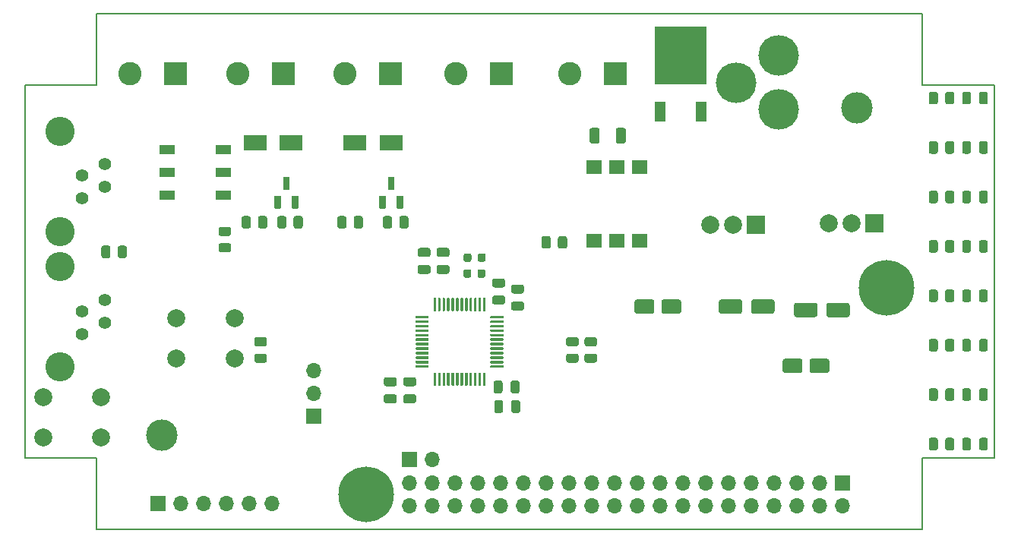
<source format=gbr>
%TF.GenerationSoftware,KiCad,Pcbnew,(5.1.9)-1*%
%TF.CreationDate,2021-07-08T16:45:59-05:00*%
%TF.ProjectId,RPi_Zero_pHat_Template,5250695f-5a65-4726-9f5f-704861745f54,rev?*%
%TF.SameCoordinates,Original*%
%TF.FileFunction,Soldermask,Top*%
%TF.FilePolarity,Negative*%
%FSLAX46Y46*%
G04 Gerber Fmt 4.6, Leading zero omitted, Abs format (unit mm)*
G04 Created by KiCad (PCBNEW (5.1.9)-1) date 2021-07-08 16:45:59*
%MOMM*%
%LPD*%
G01*
G04 APERTURE LIST*
%TA.AperFunction,Profile*%
%ADD10C,0.150000*%
%TD*%
%ADD11C,6.200000*%
%ADD12C,1.397000*%
%ADD13C,3.251200*%
%ADD14R,1.800000X1.000000*%
%ADD15O,1.700000X1.700000*%
%ADD16R,1.700000X1.700000*%
%ADD17C,3.500000*%
%ADD18C,2.000000*%
%ADD19R,2.500000X1.800000*%
%ADD20C,2.600000*%
%ADD21R,2.600000X2.600000*%
%ADD22R,1.780000X1.520000*%
%ADD23R,5.800000X6.400000*%
%ADD24R,1.200000X2.200000*%
%ADD25C,4.521200*%
%ADD26R,2.000000X2.000000*%
G04 APERTURE END LIST*
D10*
X197750000Y-125046000D02*
X197750000Y-83546000D01*
X189750000Y-83546000D02*
X197750000Y-83546000D01*
X189750000Y-83546000D02*
X189750000Y-75546000D01*
X197750000Y-125046000D02*
X189750000Y-125046000D01*
X189750000Y-133046000D02*
X189750000Y-125046000D01*
X97750000Y-133046000D02*
X189750000Y-133046000D01*
X97750000Y-125046000D02*
X97750000Y-133046000D01*
X97750000Y-125046000D02*
X89750000Y-125046000D01*
X89750000Y-125046000D02*
X89750000Y-83546000D01*
X89750000Y-83546000D02*
X97750000Y-83546000D01*
X97750000Y-75546000D02*
X97750000Y-83546000D01*
X97750000Y-75546000D02*
X189750000Y-75546000D01*
D11*
%TO.C,*%
X185760000Y-106105000D03*
%TD*%
%TO.C,*%
X127760000Y-129105000D03*
%TD*%
D12*
%TO.C,J4*%
X96131000Y-111252000D03*
X98671000Y-109982000D03*
X96131000Y-108712000D03*
D13*
X93611000Y-114935000D03*
D12*
X98671000Y-107442000D03*
D13*
X93611000Y-103759000D03*
%TD*%
D12*
%TO.C,J3*%
X96131000Y-96139000D03*
X98671000Y-94869000D03*
X96131000Y-93599000D03*
D13*
X93611000Y-99822000D03*
D12*
X98671000Y-92329000D03*
D13*
X93611000Y-88646000D03*
%TD*%
D14*
%TO.C,U8*%
X111867000Y-90678000D03*
X111867000Y-93218000D03*
X111867000Y-95758000D03*
X105557000Y-95758000D03*
X105557000Y-93218000D03*
X105557000Y-90678000D03*
%TD*%
%TO.C,R3*%
G36*
G01*
X153786000Y-88528999D02*
X153786000Y-89779001D01*
G75*
G02*
X153536001Y-90029000I-249999J0D01*
G01*
X152910999Y-90029000D01*
G75*
G02*
X152661000Y-89779001I0J249999D01*
G01*
X152661000Y-88528999D01*
G75*
G02*
X152910999Y-88279000I249999J0D01*
G01*
X153536001Y-88279000D01*
G75*
G02*
X153786000Y-88528999I0J-249999D01*
G01*
G37*
G36*
G01*
X156711000Y-88528999D02*
X156711000Y-89779001D01*
G75*
G02*
X156461001Y-90029000I-249999J0D01*
G01*
X155835999Y-90029000D01*
G75*
G02*
X155586000Y-89779001I0J249999D01*
G01*
X155586000Y-88528999D01*
G75*
G02*
X155835999Y-88279000I249999J0D01*
G01*
X156461001Y-88279000D01*
G75*
G02*
X156711000Y-88528999I0J-249999D01*
G01*
G37*
%TD*%
D15*
%TO.C,J10*%
X117233700Y-130149600D03*
X114693700Y-130149600D03*
X112153700Y-130149600D03*
X109613700Y-130149600D03*
X107073700Y-130149600D03*
D16*
X104533700Y-130149600D03*
%TD*%
%TO.C,L2*%
G36*
G01*
X139477000Y-104264750D02*
X139477000Y-104777250D01*
G75*
G02*
X139258250Y-104996000I-218750J0D01*
G01*
X138820750Y-104996000D01*
G75*
G02*
X138602000Y-104777250I0J218750D01*
G01*
X138602000Y-104264750D01*
G75*
G02*
X138820750Y-104046000I218750J0D01*
G01*
X139258250Y-104046000D01*
G75*
G02*
X139477000Y-104264750I0J-218750D01*
G01*
G37*
G36*
G01*
X141052000Y-104264750D02*
X141052000Y-104777250D01*
G75*
G02*
X140833250Y-104996000I-218750J0D01*
G01*
X140395750Y-104996000D01*
G75*
G02*
X140177000Y-104777250I0J218750D01*
G01*
X140177000Y-104264750D01*
G75*
G02*
X140395750Y-104046000I218750J0D01*
G01*
X140833250Y-104046000D01*
G75*
G02*
X141052000Y-104264750I0J-218750D01*
G01*
G37*
%TD*%
%TO.C,L1*%
G36*
G01*
X140202500Y-102999250D02*
X140202500Y-102486750D01*
G75*
G02*
X140421250Y-102268000I218750J0D01*
G01*
X140858750Y-102268000D01*
G75*
G02*
X141077500Y-102486750I0J-218750D01*
G01*
X141077500Y-102999250D01*
G75*
G02*
X140858750Y-103218000I-218750J0D01*
G01*
X140421250Y-103218000D01*
G75*
G02*
X140202500Y-102999250I0J218750D01*
G01*
G37*
G36*
G01*
X138627500Y-102999250D02*
X138627500Y-102486750D01*
G75*
G02*
X138846250Y-102268000I218750J0D01*
G01*
X139283750Y-102268000D01*
G75*
G02*
X139502500Y-102486750I0J-218750D01*
G01*
X139502500Y-102999250D01*
G75*
G02*
X139283750Y-103218000I-218750J0D01*
G01*
X138846250Y-103218000D01*
G75*
G02*
X138627500Y-102999250I0J218750D01*
G01*
G37*
%TD*%
%TO.C,C10*%
G36*
G01*
X160674000Y-108754000D02*
X160674000Y-107654000D01*
G75*
G02*
X160924000Y-107404000I250000J0D01*
G01*
X162624000Y-107404000D01*
G75*
G02*
X162874000Y-107654000I0J-250000D01*
G01*
X162874000Y-108754000D01*
G75*
G02*
X162624000Y-109004000I-250000J0D01*
G01*
X160924000Y-109004000D01*
G75*
G02*
X160674000Y-108754000I0J250000D01*
G01*
G37*
G36*
G01*
X157674000Y-108754000D02*
X157674000Y-107654000D01*
G75*
G02*
X157924000Y-107404000I250000J0D01*
G01*
X159624000Y-107404000D01*
G75*
G02*
X159874000Y-107654000I0J-250000D01*
G01*
X159874000Y-108754000D01*
G75*
G02*
X159624000Y-109004000I-250000J0D01*
G01*
X157924000Y-109004000D01*
G75*
G02*
X157674000Y-108754000I0J250000D01*
G01*
G37*
%TD*%
%TO.C,C9*%
G36*
G01*
X177184000Y-115358000D02*
X177184000Y-114258000D01*
G75*
G02*
X177434000Y-114008000I250000J0D01*
G01*
X179134000Y-114008000D01*
G75*
G02*
X179384000Y-114258000I0J-250000D01*
G01*
X179384000Y-115358000D01*
G75*
G02*
X179134000Y-115608000I-250000J0D01*
G01*
X177434000Y-115608000D01*
G75*
G02*
X177184000Y-115358000I0J250000D01*
G01*
G37*
G36*
G01*
X174184000Y-115358000D02*
X174184000Y-114258000D01*
G75*
G02*
X174434000Y-114008000I250000J0D01*
G01*
X176134000Y-114008000D01*
G75*
G02*
X176384000Y-114258000I0J-250000D01*
G01*
X176384000Y-115358000D01*
G75*
G02*
X176134000Y-115608000I-250000J0D01*
G01*
X174434000Y-115608000D01*
G75*
G02*
X174184000Y-115358000I0J250000D01*
G01*
G37*
%TD*%
%TO.C,C3*%
G36*
G01*
X169680000Y-107654000D02*
X169680000Y-108754000D01*
G75*
G02*
X169430000Y-109004000I-250000J0D01*
G01*
X167330000Y-109004000D01*
G75*
G02*
X167080000Y-108754000I0J250000D01*
G01*
X167080000Y-107654000D01*
G75*
G02*
X167330000Y-107404000I250000J0D01*
G01*
X169430000Y-107404000D01*
G75*
G02*
X169680000Y-107654000I0J-250000D01*
G01*
G37*
G36*
G01*
X173280000Y-107654000D02*
X173280000Y-108754000D01*
G75*
G02*
X173030000Y-109004000I-250000J0D01*
G01*
X170930000Y-109004000D01*
G75*
G02*
X170680000Y-108754000I0J250000D01*
G01*
X170680000Y-107654000D01*
G75*
G02*
X170930000Y-107404000I250000J0D01*
G01*
X173030000Y-107404000D01*
G75*
G02*
X173280000Y-107654000I0J-250000D01*
G01*
G37*
%TD*%
%TO.C,C2*%
G36*
G01*
X178062000Y-108035000D02*
X178062000Y-109135000D01*
G75*
G02*
X177812000Y-109385000I-250000J0D01*
G01*
X175712000Y-109385000D01*
G75*
G02*
X175462000Y-109135000I0J250000D01*
G01*
X175462000Y-108035000D01*
G75*
G02*
X175712000Y-107785000I250000J0D01*
G01*
X177812000Y-107785000D01*
G75*
G02*
X178062000Y-108035000I0J-250000D01*
G01*
G37*
G36*
G01*
X181662000Y-108035000D02*
X181662000Y-109135000D01*
G75*
G02*
X181412000Y-109385000I-250000J0D01*
G01*
X179312000Y-109385000D01*
G75*
G02*
X179062000Y-109135000I0J250000D01*
G01*
X179062000Y-108035000D01*
G75*
G02*
X179312000Y-107785000I250000J0D01*
G01*
X181412000Y-107785000D01*
G75*
G02*
X181662000Y-108035000I0J-250000D01*
G01*
G37*
%TD*%
D17*
%TO.C,H3*%
X105000000Y-122546000D03*
%TD*%
D18*
%TO.C,SW2*%
X98244800Y-118313200D03*
X98244800Y-122813200D03*
X91744800Y-118313200D03*
X91744800Y-122813200D03*
%TD*%
D15*
%TO.C,J11*%
X135166100Y-125285500D03*
D16*
X132626100Y-125285500D03*
%TD*%
%TO.C,C1*%
G36*
G01*
X130929400Y-117086000D02*
X129979400Y-117086000D01*
G75*
G02*
X129729400Y-116836000I0J250000D01*
G01*
X129729400Y-116336000D01*
G75*
G02*
X129979400Y-116086000I250000J0D01*
G01*
X130929400Y-116086000D01*
G75*
G02*
X131179400Y-116336000I0J-250000D01*
G01*
X131179400Y-116836000D01*
G75*
G02*
X130929400Y-117086000I-250000J0D01*
G01*
G37*
G36*
G01*
X130929400Y-118986000D02*
X129979400Y-118986000D01*
G75*
G02*
X129729400Y-118736000I0J250000D01*
G01*
X129729400Y-118236000D01*
G75*
G02*
X129979400Y-117986000I250000J0D01*
G01*
X130929400Y-117986000D01*
G75*
G02*
X131179400Y-118236000I0J-250000D01*
G01*
X131179400Y-118736000D01*
G75*
G02*
X130929400Y-118986000I-250000J0D01*
G01*
G37*
%TD*%
%TO.C,Q2*%
G36*
G01*
X118222000Y-97274000D02*
X117622000Y-97274000D01*
G75*
G02*
X117552000Y-97204000I0J70000D01*
G01*
X117552000Y-95904000D01*
G75*
G02*
X117622000Y-95834000I70000J0D01*
G01*
X118222000Y-95834000D01*
G75*
G02*
X118292000Y-95904000I0J-70000D01*
G01*
X118292000Y-97204000D01*
G75*
G02*
X118222000Y-97274000I-70000J0D01*
G01*
G37*
G36*
G01*
X120122000Y-97274000D02*
X119522000Y-97274000D01*
G75*
G02*
X119452000Y-97204000I0J70000D01*
G01*
X119452000Y-95904000D01*
G75*
G02*
X119522000Y-95834000I70000J0D01*
G01*
X120122000Y-95834000D01*
G75*
G02*
X120192000Y-95904000I0J-70000D01*
G01*
X120192000Y-97204000D01*
G75*
G02*
X120122000Y-97274000I-70000J0D01*
G01*
G37*
G36*
G01*
X119172000Y-95174000D02*
X118572000Y-95174000D01*
G75*
G02*
X118502000Y-95104000I0J70000D01*
G01*
X118502000Y-93804000D01*
G75*
G02*
X118572000Y-93734000I70000J0D01*
G01*
X119172000Y-93734000D01*
G75*
G02*
X119242000Y-93804000I0J-70000D01*
G01*
X119242000Y-95104000D01*
G75*
G02*
X119172000Y-95174000I-70000J0D01*
G01*
G37*
%TD*%
D19*
%TO.C,D2*%
X130524000Y-89916000D03*
X126524000Y-89916000D03*
%TD*%
%TO.C,D1*%
X119380000Y-89916000D03*
X115380000Y-89916000D03*
%TD*%
%TO.C,Q3*%
G36*
G01*
X129906000Y-97274000D02*
X129306000Y-97274000D01*
G75*
G02*
X129236000Y-97204000I0J70000D01*
G01*
X129236000Y-95904000D01*
G75*
G02*
X129306000Y-95834000I70000J0D01*
G01*
X129906000Y-95834000D01*
G75*
G02*
X129976000Y-95904000I0J-70000D01*
G01*
X129976000Y-97204000D01*
G75*
G02*
X129906000Y-97274000I-70000J0D01*
G01*
G37*
G36*
G01*
X131806000Y-97274000D02*
X131206000Y-97274000D01*
G75*
G02*
X131136000Y-97204000I0J70000D01*
G01*
X131136000Y-95904000D01*
G75*
G02*
X131206000Y-95834000I70000J0D01*
G01*
X131806000Y-95834000D01*
G75*
G02*
X131876000Y-95904000I0J-70000D01*
G01*
X131876000Y-97204000D01*
G75*
G02*
X131806000Y-97274000I-70000J0D01*
G01*
G37*
G36*
G01*
X130856000Y-95174000D02*
X130256000Y-95174000D01*
G75*
G02*
X130186000Y-95104000I0J70000D01*
G01*
X130186000Y-93804000D01*
G75*
G02*
X130256000Y-93734000I70000J0D01*
G01*
X130856000Y-93734000D01*
G75*
G02*
X130926000Y-93804000I0J-70000D01*
G01*
X130926000Y-95104000D01*
G75*
G02*
X130856000Y-95174000I-70000J0D01*
G01*
G37*
%TD*%
%TO.C,D3*%
G36*
G01*
X195178500Y-84506750D02*
X195178500Y-85419250D01*
G75*
G02*
X194934750Y-85663000I-243750J0D01*
G01*
X194447250Y-85663000D01*
G75*
G02*
X194203500Y-85419250I0J243750D01*
G01*
X194203500Y-84506750D01*
G75*
G02*
X194447250Y-84263000I243750J0D01*
G01*
X194934750Y-84263000D01*
G75*
G02*
X195178500Y-84506750I0J-243750D01*
G01*
G37*
G36*
G01*
X197053500Y-84506750D02*
X197053500Y-85419250D01*
G75*
G02*
X196809750Y-85663000I-243750J0D01*
G01*
X196322250Y-85663000D01*
G75*
G02*
X196078500Y-85419250I0J243750D01*
G01*
X196078500Y-84506750D01*
G75*
G02*
X196322250Y-84263000I243750J0D01*
G01*
X196809750Y-84263000D01*
G75*
G02*
X197053500Y-84506750I0J-243750D01*
G01*
G37*
%TD*%
D15*
%TO.C,J12*%
X121907300Y-115379500D03*
X121907300Y-117919500D03*
D16*
X121907300Y-120459500D03*
%TD*%
D15*
%TO.C,J2*%
X132630000Y-130375000D03*
X132630000Y-127835000D03*
X135170000Y-130375000D03*
X135170000Y-127835000D03*
X137710000Y-130375000D03*
X137710000Y-127835000D03*
X140250000Y-130375000D03*
X140250000Y-127835000D03*
X142790000Y-130375000D03*
X142790000Y-127835000D03*
X145330000Y-130375000D03*
X145330000Y-127835000D03*
X147870000Y-130375000D03*
X147870000Y-127835000D03*
X150410000Y-130375000D03*
X150410000Y-127835000D03*
X152950000Y-130375000D03*
X152950000Y-127835000D03*
X155490000Y-130375000D03*
X155490000Y-127835000D03*
X158030000Y-130375000D03*
X158030000Y-127835000D03*
X160570000Y-130375000D03*
X160570000Y-127835000D03*
X163110000Y-130375000D03*
X163110000Y-127835000D03*
X165650000Y-130375000D03*
X165650000Y-127835000D03*
X168190000Y-130375000D03*
X168190000Y-127835000D03*
X170730000Y-130375000D03*
X170730000Y-127835000D03*
X173270000Y-130375000D03*
X173270000Y-127835000D03*
X175810000Y-130375000D03*
X175810000Y-127835000D03*
X178350000Y-130375000D03*
X178350000Y-127835000D03*
X180890000Y-130375000D03*
D16*
X180890000Y-127835000D03*
%TD*%
D18*
%TO.C,SW1*%
X113091100Y-109499400D03*
X113091100Y-113999400D03*
X106591100Y-109499400D03*
X106591100Y-113999400D03*
%TD*%
D17*
%TO.C,H2*%
X182500000Y-86046000D03*
%TD*%
%TO.C,C7*%
G36*
G01*
X143007100Y-106077600D02*
X142057100Y-106077600D01*
G75*
G02*
X141807100Y-105827600I0J250000D01*
G01*
X141807100Y-105327600D01*
G75*
G02*
X142057100Y-105077600I250000J0D01*
G01*
X143007100Y-105077600D01*
G75*
G02*
X143257100Y-105327600I0J-250000D01*
G01*
X143257100Y-105827600D01*
G75*
G02*
X143007100Y-106077600I-250000J0D01*
G01*
G37*
G36*
G01*
X143007100Y-107977600D02*
X142057100Y-107977600D01*
G75*
G02*
X141807100Y-107727600I0J250000D01*
G01*
X141807100Y-107227600D01*
G75*
G02*
X142057100Y-106977600I250000J0D01*
G01*
X143007100Y-106977600D01*
G75*
G02*
X143257100Y-107227600I0J-250000D01*
G01*
X143257100Y-107727600D01*
G75*
G02*
X143007100Y-107977600I-250000J0D01*
G01*
G37*
%TD*%
%TO.C,C11*%
G36*
G01*
X143034600Y-118879600D02*
X143034600Y-119829600D01*
G75*
G02*
X142784600Y-120079600I-250000J0D01*
G01*
X142284600Y-120079600D01*
G75*
G02*
X142034600Y-119829600I0J250000D01*
G01*
X142034600Y-118879600D01*
G75*
G02*
X142284600Y-118629600I250000J0D01*
G01*
X142784600Y-118629600D01*
G75*
G02*
X143034600Y-118879600I0J-250000D01*
G01*
G37*
G36*
G01*
X144934600Y-118879600D02*
X144934600Y-119829600D01*
G75*
G02*
X144684600Y-120079600I-250000J0D01*
G01*
X144184600Y-120079600D01*
G75*
G02*
X143934600Y-119829600I0J250000D01*
G01*
X143934600Y-118879600D01*
G75*
G02*
X144184600Y-118629600I250000J0D01*
G01*
X144684600Y-118629600D01*
G75*
G02*
X144934600Y-118879600I0J-250000D01*
G01*
G37*
%TD*%
%TO.C,C5*%
G36*
G01*
X142971100Y-116695200D02*
X142971100Y-117645200D01*
G75*
G02*
X142721100Y-117895200I-250000J0D01*
G01*
X142221100Y-117895200D01*
G75*
G02*
X141971100Y-117645200I0J250000D01*
G01*
X141971100Y-116695200D01*
G75*
G02*
X142221100Y-116445200I250000J0D01*
G01*
X142721100Y-116445200D01*
G75*
G02*
X142971100Y-116695200I0J-250000D01*
G01*
G37*
G36*
G01*
X144871100Y-116695200D02*
X144871100Y-117645200D01*
G75*
G02*
X144621100Y-117895200I-250000J0D01*
G01*
X144121100Y-117895200D01*
G75*
G02*
X143871100Y-117645200I0J250000D01*
G01*
X143871100Y-116695200D01*
G75*
G02*
X144121100Y-116445200I250000J0D01*
G01*
X144621100Y-116445200D01*
G75*
G02*
X144871100Y-116695200I0J-250000D01*
G01*
G37*
%TD*%
%TO.C,C4*%
G36*
G01*
X133101100Y-117088500D02*
X132151100Y-117088500D01*
G75*
G02*
X131901100Y-116838500I0J250000D01*
G01*
X131901100Y-116338500D01*
G75*
G02*
X132151100Y-116088500I250000J0D01*
G01*
X133101100Y-116088500D01*
G75*
G02*
X133351100Y-116338500I0J-250000D01*
G01*
X133351100Y-116838500D01*
G75*
G02*
X133101100Y-117088500I-250000J0D01*
G01*
G37*
G36*
G01*
X133101100Y-118988500D02*
X132151100Y-118988500D01*
G75*
G02*
X131901100Y-118738500I0J250000D01*
G01*
X131901100Y-118238500D01*
G75*
G02*
X132151100Y-117988500I250000J0D01*
G01*
X133101100Y-117988500D01*
G75*
G02*
X133351100Y-118238500I0J-250000D01*
G01*
X133351100Y-118738500D01*
G75*
G02*
X133101100Y-118988500I-250000J0D01*
G01*
G37*
%TD*%
%TO.C,R19*%
G36*
G01*
X115551799Y-113440800D02*
X116451801Y-113440800D01*
G75*
G02*
X116701800Y-113690799I0J-249999D01*
G01*
X116701800Y-114215801D01*
G75*
G02*
X116451801Y-114465800I-249999J0D01*
G01*
X115551799Y-114465800D01*
G75*
G02*
X115301800Y-114215801I0J249999D01*
G01*
X115301800Y-113690799D01*
G75*
G02*
X115551799Y-113440800I249999J0D01*
G01*
G37*
G36*
G01*
X115551799Y-111615800D02*
X116451801Y-111615800D01*
G75*
G02*
X116701800Y-111865799I0J-249999D01*
G01*
X116701800Y-112390801D01*
G75*
G02*
X116451801Y-112640800I-249999J0D01*
G01*
X115551799Y-112640800D01*
G75*
G02*
X115301800Y-112390801I0J249999D01*
G01*
X115301800Y-111865799D01*
G75*
G02*
X115551799Y-111615800I249999J0D01*
G01*
G37*
%TD*%
%TO.C,C8*%
G36*
G01*
X136809500Y-102663800D02*
X135859500Y-102663800D01*
G75*
G02*
X135609500Y-102413800I0J250000D01*
G01*
X135609500Y-101913800D01*
G75*
G02*
X135859500Y-101663800I250000J0D01*
G01*
X136809500Y-101663800D01*
G75*
G02*
X137059500Y-101913800I0J-250000D01*
G01*
X137059500Y-102413800D01*
G75*
G02*
X136809500Y-102663800I-250000J0D01*
G01*
G37*
G36*
G01*
X136809500Y-104563800D02*
X135859500Y-104563800D01*
G75*
G02*
X135609500Y-104313800I0J250000D01*
G01*
X135609500Y-103813800D01*
G75*
G02*
X135859500Y-103563800I250000J0D01*
G01*
X136809500Y-103563800D01*
G75*
G02*
X137059500Y-103813800I0J-250000D01*
G01*
X137059500Y-104313800D01*
G75*
G02*
X136809500Y-104563800I-250000J0D01*
G01*
G37*
%TD*%
%TO.C,C6*%
G36*
G01*
X134701300Y-102663800D02*
X133751300Y-102663800D01*
G75*
G02*
X133501300Y-102413800I0J250000D01*
G01*
X133501300Y-101913800D01*
G75*
G02*
X133751300Y-101663800I250000J0D01*
G01*
X134701300Y-101663800D01*
G75*
G02*
X134951300Y-101913800I0J-250000D01*
G01*
X134951300Y-102413800D01*
G75*
G02*
X134701300Y-102663800I-250000J0D01*
G01*
G37*
G36*
G01*
X134701300Y-104563800D02*
X133751300Y-104563800D01*
G75*
G02*
X133501300Y-104313800I0J250000D01*
G01*
X133501300Y-103813800D01*
G75*
G02*
X133751300Y-103563800I250000J0D01*
G01*
X134701300Y-103563800D01*
G75*
G02*
X134951300Y-103813800I0J-250000D01*
G01*
X134951300Y-104313800D01*
G75*
G02*
X134701300Y-104563800I-250000J0D01*
G01*
G37*
%TD*%
D20*
%TO.C,J8*%
X125374400Y-82245200D03*
D21*
X130454400Y-82245200D03*
%TD*%
D20*
%TO.C,J7*%
X113487200Y-82245200D03*
D21*
X118567200Y-82245200D03*
%TD*%
%TO.C,R18*%
G36*
G01*
X100071500Y-102558001D02*
X100071500Y-101657999D01*
G75*
G02*
X100321499Y-101408000I249999J0D01*
G01*
X100846501Y-101408000D01*
G75*
G02*
X101096500Y-101657999I0J-249999D01*
G01*
X101096500Y-102558001D01*
G75*
G02*
X100846501Y-102808000I-249999J0D01*
G01*
X100321499Y-102808000D01*
G75*
G02*
X100071500Y-102558001I0J249999D01*
G01*
G37*
G36*
G01*
X98246500Y-102558001D02*
X98246500Y-101657999D01*
G75*
G02*
X98496499Y-101408000I249999J0D01*
G01*
X99021501Y-101408000D01*
G75*
G02*
X99271500Y-101657999I0J-249999D01*
G01*
X99271500Y-102558001D01*
G75*
G02*
X99021501Y-102808000I-249999J0D01*
G01*
X98496499Y-102808000D01*
G75*
G02*
X98246500Y-102558001I0J249999D01*
G01*
G37*
%TD*%
%TO.C,R17*%
G36*
G01*
X192297000Y-123983001D02*
X192297000Y-123082999D01*
G75*
G02*
X192546999Y-122833000I249999J0D01*
G01*
X193072001Y-122833000D01*
G75*
G02*
X193322000Y-123082999I0J-249999D01*
G01*
X193322000Y-123983001D01*
G75*
G02*
X193072001Y-124233000I-249999J0D01*
G01*
X192546999Y-124233000D01*
G75*
G02*
X192297000Y-123983001I0J249999D01*
G01*
G37*
G36*
G01*
X190472000Y-123983001D02*
X190472000Y-123082999D01*
G75*
G02*
X190721999Y-122833000I249999J0D01*
G01*
X191247001Y-122833000D01*
G75*
G02*
X191497000Y-123082999I0J-249999D01*
G01*
X191497000Y-123983001D01*
G75*
G02*
X191247001Y-124233000I-249999J0D01*
G01*
X190721999Y-124233000D01*
G75*
G02*
X190472000Y-123983001I0J249999D01*
G01*
G37*
%TD*%
%TO.C,D10*%
G36*
G01*
X195178500Y-123076750D02*
X195178500Y-123989250D01*
G75*
G02*
X194934750Y-124233000I-243750J0D01*
G01*
X194447250Y-124233000D01*
G75*
G02*
X194203500Y-123989250I0J243750D01*
G01*
X194203500Y-123076750D01*
G75*
G02*
X194447250Y-122833000I243750J0D01*
G01*
X194934750Y-122833000D01*
G75*
G02*
X195178500Y-123076750I0J-243750D01*
G01*
G37*
G36*
G01*
X197053500Y-123076750D02*
X197053500Y-123989250D01*
G75*
G02*
X196809750Y-124233000I-243750J0D01*
G01*
X196322250Y-124233000D01*
G75*
G02*
X196078500Y-123989250I0J243750D01*
G01*
X196078500Y-123076750D01*
G75*
G02*
X196322250Y-122833000I243750J0D01*
G01*
X196809750Y-122833000D01*
G75*
G02*
X197053500Y-123076750I0J-243750D01*
G01*
G37*
%TD*%
%TO.C,R16*%
G36*
G01*
X192297000Y-118473001D02*
X192297000Y-117572999D01*
G75*
G02*
X192546999Y-117323000I249999J0D01*
G01*
X193072001Y-117323000D01*
G75*
G02*
X193322000Y-117572999I0J-249999D01*
G01*
X193322000Y-118473001D01*
G75*
G02*
X193072001Y-118723000I-249999J0D01*
G01*
X192546999Y-118723000D01*
G75*
G02*
X192297000Y-118473001I0J249999D01*
G01*
G37*
G36*
G01*
X190472000Y-118473001D02*
X190472000Y-117572999D01*
G75*
G02*
X190721999Y-117323000I249999J0D01*
G01*
X191247001Y-117323000D01*
G75*
G02*
X191497000Y-117572999I0J-249999D01*
G01*
X191497000Y-118473001D01*
G75*
G02*
X191247001Y-118723000I-249999J0D01*
G01*
X190721999Y-118723000D01*
G75*
G02*
X190472000Y-118473001I0J249999D01*
G01*
G37*
%TD*%
%TO.C,D9*%
G36*
G01*
X195178500Y-117566750D02*
X195178500Y-118479250D01*
G75*
G02*
X194934750Y-118723000I-243750J0D01*
G01*
X194447250Y-118723000D01*
G75*
G02*
X194203500Y-118479250I0J243750D01*
G01*
X194203500Y-117566750D01*
G75*
G02*
X194447250Y-117323000I243750J0D01*
G01*
X194934750Y-117323000D01*
G75*
G02*
X195178500Y-117566750I0J-243750D01*
G01*
G37*
G36*
G01*
X197053500Y-117566750D02*
X197053500Y-118479250D01*
G75*
G02*
X196809750Y-118723000I-243750J0D01*
G01*
X196322250Y-118723000D01*
G75*
G02*
X196078500Y-118479250I0J243750D01*
G01*
X196078500Y-117566750D01*
G75*
G02*
X196322250Y-117323000I243750J0D01*
G01*
X196809750Y-117323000D01*
G75*
G02*
X197053500Y-117566750I0J-243750D01*
G01*
G37*
%TD*%
%TO.C,R15*%
G36*
G01*
X192297000Y-112963001D02*
X192297000Y-112062999D01*
G75*
G02*
X192546999Y-111813000I249999J0D01*
G01*
X193072001Y-111813000D01*
G75*
G02*
X193322000Y-112062999I0J-249999D01*
G01*
X193322000Y-112963001D01*
G75*
G02*
X193072001Y-113213000I-249999J0D01*
G01*
X192546999Y-113213000D01*
G75*
G02*
X192297000Y-112963001I0J249999D01*
G01*
G37*
G36*
G01*
X190472000Y-112963001D02*
X190472000Y-112062999D01*
G75*
G02*
X190721999Y-111813000I249999J0D01*
G01*
X191247001Y-111813000D01*
G75*
G02*
X191497000Y-112062999I0J-249999D01*
G01*
X191497000Y-112963001D01*
G75*
G02*
X191247001Y-113213000I-249999J0D01*
G01*
X190721999Y-113213000D01*
G75*
G02*
X190472000Y-112963001I0J249999D01*
G01*
G37*
%TD*%
%TO.C,D8*%
G36*
G01*
X195178500Y-112056750D02*
X195178500Y-112969250D01*
G75*
G02*
X194934750Y-113213000I-243750J0D01*
G01*
X194447250Y-113213000D01*
G75*
G02*
X194203500Y-112969250I0J243750D01*
G01*
X194203500Y-112056750D01*
G75*
G02*
X194447250Y-111813000I243750J0D01*
G01*
X194934750Y-111813000D01*
G75*
G02*
X195178500Y-112056750I0J-243750D01*
G01*
G37*
G36*
G01*
X197053500Y-112056750D02*
X197053500Y-112969250D01*
G75*
G02*
X196809750Y-113213000I-243750J0D01*
G01*
X196322250Y-113213000D01*
G75*
G02*
X196078500Y-112969250I0J243750D01*
G01*
X196078500Y-112056750D01*
G75*
G02*
X196322250Y-111813000I243750J0D01*
G01*
X196809750Y-111813000D01*
G75*
G02*
X197053500Y-112056750I0J-243750D01*
G01*
G37*
%TD*%
%TO.C,R14*%
G36*
G01*
X192297000Y-107453001D02*
X192297000Y-106552999D01*
G75*
G02*
X192546999Y-106303000I249999J0D01*
G01*
X193072001Y-106303000D01*
G75*
G02*
X193322000Y-106552999I0J-249999D01*
G01*
X193322000Y-107453001D01*
G75*
G02*
X193072001Y-107703000I-249999J0D01*
G01*
X192546999Y-107703000D01*
G75*
G02*
X192297000Y-107453001I0J249999D01*
G01*
G37*
G36*
G01*
X190472000Y-107453001D02*
X190472000Y-106552999D01*
G75*
G02*
X190721999Y-106303000I249999J0D01*
G01*
X191247001Y-106303000D01*
G75*
G02*
X191497000Y-106552999I0J-249999D01*
G01*
X191497000Y-107453001D01*
G75*
G02*
X191247001Y-107703000I-249999J0D01*
G01*
X190721999Y-107703000D01*
G75*
G02*
X190472000Y-107453001I0J249999D01*
G01*
G37*
%TD*%
%TO.C,D7*%
G36*
G01*
X195178500Y-106546750D02*
X195178500Y-107459250D01*
G75*
G02*
X194934750Y-107703000I-243750J0D01*
G01*
X194447250Y-107703000D01*
G75*
G02*
X194203500Y-107459250I0J243750D01*
G01*
X194203500Y-106546750D01*
G75*
G02*
X194447250Y-106303000I243750J0D01*
G01*
X194934750Y-106303000D01*
G75*
G02*
X195178500Y-106546750I0J-243750D01*
G01*
G37*
G36*
G01*
X197053500Y-106546750D02*
X197053500Y-107459250D01*
G75*
G02*
X196809750Y-107703000I-243750J0D01*
G01*
X196322250Y-107703000D01*
G75*
G02*
X196078500Y-107459250I0J243750D01*
G01*
X196078500Y-106546750D01*
G75*
G02*
X196322250Y-106303000I243750J0D01*
G01*
X196809750Y-106303000D01*
G75*
G02*
X197053500Y-106546750I0J-243750D01*
G01*
G37*
%TD*%
%TO.C,R13*%
G36*
G01*
X130664000Y-98355999D02*
X130664000Y-99256001D01*
G75*
G02*
X130414001Y-99506000I-249999J0D01*
G01*
X129888999Y-99506000D01*
G75*
G02*
X129639000Y-99256001I0J249999D01*
G01*
X129639000Y-98355999D01*
G75*
G02*
X129888999Y-98106000I249999J0D01*
G01*
X130414001Y-98106000D01*
G75*
G02*
X130664000Y-98355999I0J-249999D01*
G01*
G37*
G36*
G01*
X132489000Y-98355999D02*
X132489000Y-99256001D01*
G75*
G02*
X132239001Y-99506000I-249999J0D01*
G01*
X131713999Y-99506000D01*
G75*
G02*
X131464000Y-99256001I0J249999D01*
G01*
X131464000Y-98355999D01*
G75*
G02*
X131713999Y-98106000I249999J0D01*
G01*
X132239001Y-98106000D01*
G75*
G02*
X132489000Y-98355999I0J-249999D01*
G01*
G37*
%TD*%
%TO.C,R12*%
G36*
G01*
X118876500Y-98355999D02*
X118876500Y-99256001D01*
G75*
G02*
X118626501Y-99506000I-249999J0D01*
G01*
X118101499Y-99506000D01*
G75*
G02*
X117851500Y-99256001I0J249999D01*
G01*
X117851500Y-98355999D01*
G75*
G02*
X118101499Y-98106000I249999J0D01*
G01*
X118626501Y-98106000D01*
G75*
G02*
X118876500Y-98355999I0J-249999D01*
G01*
G37*
G36*
G01*
X120701500Y-98355999D02*
X120701500Y-99256001D01*
G75*
G02*
X120451501Y-99506000I-249999J0D01*
G01*
X119926499Y-99506000D01*
G75*
G02*
X119676500Y-99256001I0J249999D01*
G01*
X119676500Y-98355999D01*
G75*
G02*
X119926499Y-98106000I249999J0D01*
G01*
X120451501Y-98106000D01*
G75*
G02*
X120701500Y-98355999I0J-249999D01*
G01*
G37*
%TD*%
%TO.C,R11*%
G36*
G01*
X192297000Y-101943001D02*
X192297000Y-101042999D01*
G75*
G02*
X192546999Y-100793000I249999J0D01*
G01*
X193072001Y-100793000D01*
G75*
G02*
X193322000Y-101042999I0J-249999D01*
G01*
X193322000Y-101943001D01*
G75*
G02*
X193072001Y-102193000I-249999J0D01*
G01*
X192546999Y-102193000D01*
G75*
G02*
X192297000Y-101943001I0J249999D01*
G01*
G37*
G36*
G01*
X190472000Y-101943001D02*
X190472000Y-101042999D01*
G75*
G02*
X190721999Y-100793000I249999J0D01*
G01*
X191247001Y-100793000D01*
G75*
G02*
X191497000Y-101042999I0J-249999D01*
G01*
X191497000Y-101943001D01*
G75*
G02*
X191247001Y-102193000I-249999J0D01*
G01*
X190721999Y-102193000D01*
G75*
G02*
X190472000Y-101943001I0J249999D01*
G01*
G37*
%TD*%
%TO.C,D6*%
G36*
G01*
X195178500Y-101036750D02*
X195178500Y-101949250D01*
G75*
G02*
X194934750Y-102193000I-243750J0D01*
G01*
X194447250Y-102193000D01*
G75*
G02*
X194203500Y-101949250I0J243750D01*
G01*
X194203500Y-101036750D01*
G75*
G02*
X194447250Y-100793000I243750J0D01*
G01*
X194934750Y-100793000D01*
G75*
G02*
X195178500Y-101036750I0J-243750D01*
G01*
G37*
G36*
G01*
X197053500Y-101036750D02*
X197053500Y-101949250D01*
G75*
G02*
X196809750Y-102193000I-243750J0D01*
G01*
X196322250Y-102193000D01*
G75*
G02*
X196078500Y-101949250I0J243750D01*
G01*
X196078500Y-101036750D01*
G75*
G02*
X196322250Y-100793000I243750J0D01*
G01*
X196809750Y-100793000D01*
G75*
G02*
X197053500Y-101036750I0J-243750D01*
G01*
G37*
%TD*%
D22*
%TO.C,U5*%
X158242000Y-100899000D03*
X153162000Y-100899000D03*
X155702000Y-100899000D03*
X158242000Y-92649000D03*
X153162000Y-92649000D03*
X155702000Y-92649000D03*
%TD*%
D23*
%TO.C,Q1*%
X162814000Y-80196000D03*
D24*
X165094000Y-86496000D03*
X160534000Y-86496000D03*
%TD*%
%TO.C,R10*%
G36*
G01*
X192297000Y-96433001D02*
X192297000Y-95532999D01*
G75*
G02*
X192546999Y-95283000I249999J0D01*
G01*
X193072001Y-95283000D01*
G75*
G02*
X193322000Y-95532999I0J-249999D01*
G01*
X193322000Y-96433001D01*
G75*
G02*
X193072001Y-96683000I-249999J0D01*
G01*
X192546999Y-96683000D01*
G75*
G02*
X192297000Y-96433001I0J249999D01*
G01*
G37*
G36*
G01*
X190472000Y-96433001D02*
X190472000Y-95532999D01*
G75*
G02*
X190721999Y-95283000I249999J0D01*
G01*
X191247001Y-95283000D01*
G75*
G02*
X191497000Y-95532999I0J-249999D01*
G01*
X191497000Y-96433001D01*
G75*
G02*
X191247001Y-96683000I-249999J0D01*
G01*
X190721999Y-96683000D01*
G75*
G02*
X190472000Y-96433001I0J249999D01*
G01*
G37*
%TD*%
%TO.C,D5*%
G36*
G01*
X195178500Y-95526750D02*
X195178500Y-96439250D01*
G75*
G02*
X194934750Y-96683000I-243750J0D01*
G01*
X194447250Y-96683000D01*
G75*
G02*
X194203500Y-96439250I0J243750D01*
G01*
X194203500Y-95526750D01*
G75*
G02*
X194447250Y-95283000I243750J0D01*
G01*
X194934750Y-95283000D01*
G75*
G02*
X195178500Y-95526750I0J-243750D01*
G01*
G37*
G36*
G01*
X197053500Y-95526750D02*
X197053500Y-96439250D01*
G75*
G02*
X196809750Y-96683000I-243750J0D01*
G01*
X196322250Y-96683000D01*
G75*
G02*
X196078500Y-96439250I0J243750D01*
G01*
X196078500Y-95526750D01*
G75*
G02*
X196322250Y-95283000I243750J0D01*
G01*
X196809750Y-95283000D01*
G75*
G02*
X197053500Y-95526750I0J-243750D01*
G01*
G37*
%TD*%
%TO.C,R9*%
G36*
G01*
X191497000Y-90022999D02*
X191497000Y-90923001D01*
G75*
G02*
X191247001Y-91173000I-249999J0D01*
G01*
X190721999Y-91173000D01*
G75*
G02*
X190472000Y-90923001I0J249999D01*
G01*
X190472000Y-90022999D01*
G75*
G02*
X190721999Y-89773000I249999J0D01*
G01*
X191247001Y-89773000D01*
G75*
G02*
X191497000Y-90022999I0J-249999D01*
G01*
G37*
G36*
G01*
X193322000Y-90022999D02*
X193322000Y-90923001D01*
G75*
G02*
X193072001Y-91173000I-249999J0D01*
G01*
X192546999Y-91173000D01*
G75*
G02*
X192297000Y-90923001I0J249999D01*
G01*
X192297000Y-90022999D01*
G75*
G02*
X192546999Y-89773000I249999J0D01*
G01*
X193072001Y-89773000D01*
G75*
G02*
X193322000Y-90022999I0J-249999D01*
G01*
G37*
%TD*%
%TO.C,R8*%
G36*
G01*
X191497000Y-84512999D02*
X191497000Y-85413001D01*
G75*
G02*
X191247001Y-85663000I-249999J0D01*
G01*
X190721999Y-85663000D01*
G75*
G02*
X190472000Y-85413001I0J249999D01*
G01*
X190472000Y-84512999D01*
G75*
G02*
X190721999Y-84263000I249999J0D01*
G01*
X191247001Y-84263000D01*
G75*
G02*
X191497000Y-84512999I0J-249999D01*
G01*
G37*
G36*
G01*
X193322000Y-84512999D02*
X193322000Y-85413001D01*
G75*
G02*
X193072001Y-85663000I-249999J0D01*
G01*
X192546999Y-85663000D01*
G75*
G02*
X192297000Y-85413001I0J249999D01*
G01*
X192297000Y-84512999D01*
G75*
G02*
X192546999Y-84263000I249999J0D01*
G01*
X193072001Y-84263000D01*
G75*
G02*
X193322000Y-84512999I0J-249999D01*
G01*
G37*
%TD*%
%TO.C,D4*%
G36*
G01*
X195178500Y-90016750D02*
X195178500Y-90929250D01*
G75*
G02*
X194934750Y-91173000I-243750J0D01*
G01*
X194447250Y-91173000D01*
G75*
G02*
X194203500Y-90929250I0J243750D01*
G01*
X194203500Y-90016750D01*
G75*
G02*
X194447250Y-89773000I243750J0D01*
G01*
X194934750Y-89773000D01*
G75*
G02*
X195178500Y-90016750I0J-243750D01*
G01*
G37*
G36*
G01*
X197053500Y-90016750D02*
X197053500Y-90929250D01*
G75*
G02*
X196809750Y-91173000I-243750J0D01*
G01*
X196322250Y-91173000D01*
G75*
G02*
X196078500Y-90929250I0J243750D01*
G01*
X196078500Y-90016750D01*
G75*
G02*
X196322250Y-89773000I243750J0D01*
G01*
X196809750Y-89773000D01*
G75*
G02*
X197053500Y-90016750I0J-243750D01*
G01*
G37*
%TD*%
%TO.C,U1*%
G36*
G01*
X141676000Y-109241000D02*
X143001000Y-109241000D01*
G75*
G02*
X143076000Y-109316000I0J-75000D01*
G01*
X143076000Y-109466000D01*
G75*
G02*
X143001000Y-109541000I-75000J0D01*
G01*
X141676000Y-109541000D01*
G75*
G02*
X141601000Y-109466000I0J75000D01*
G01*
X141601000Y-109316000D01*
G75*
G02*
X141676000Y-109241000I75000J0D01*
G01*
G37*
G36*
G01*
X141676000Y-109741000D02*
X143001000Y-109741000D01*
G75*
G02*
X143076000Y-109816000I0J-75000D01*
G01*
X143076000Y-109966000D01*
G75*
G02*
X143001000Y-110041000I-75000J0D01*
G01*
X141676000Y-110041000D01*
G75*
G02*
X141601000Y-109966000I0J75000D01*
G01*
X141601000Y-109816000D01*
G75*
G02*
X141676000Y-109741000I75000J0D01*
G01*
G37*
G36*
G01*
X141676000Y-110241000D02*
X143001000Y-110241000D01*
G75*
G02*
X143076000Y-110316000I0J-75000D01*
G01*
X143076000Y-110466000D01*
G75*
G02*
X143001000Y-110541000I-75000J0D01*
G01*
X141676000Y-110541000D01*
G75*
G02*
X141601000Y-110466000I0J75000D01*
G01*
X141601000Y-110316000D01*
G75*
G02*
X141676000Y-110241000I75000J0D01*
G01*
G37*
G36*
G01*
X141676000Y-110741000D02*
X143001000Y-110741000D01*
G75*
G02*
X143076000Y-110816000I0J-75000D01*
G01*
X143076000Y-110966000D01*
G75*
G02*
X143001000Y-111041000I-75000J0D01*
G01*
X141676000Y-111041000D01*
G75*
G02*
X141601000Y-110966000I0J75000D01*
G01*
X141601000Y-110816000D01*
G75*
G02*
X141676000Y-110741000I75000J0D01*
G01*
G37*
G36*
G01*
X141676000Y-111241000D02*
X143001000Y-111241000D01*
G75*
G02*
X143076000Y-111316000I0J-75000D01*
G01*
X143076000Y-111466000D01*
G75*
G02*
X143001000Y-111541000I-75000J0D01*
G01*
X141676000Y-111541000D01*
G75*
G02*
X141601000Y-111466000I0J75000D01*
G01*
X141601000Y-111316000D01*
G75*
G02*
X141676000Y-111241000I75000J0D01*
G01*
G37*
G36*
G01*
X141676000Y-111741000D02*
X143001000Y-111741000D01*
G75*
G02*
X143076000Y-111816000I0J-75000D01*
G01*
X143076000Y-111966000D01*
G75*
G02*
X143001000Y-112041000I-75000J0D01*
G01*
X141676000Y-112041000D01*
G75*
G02*
X141601000Y-111966000I0J75000D01*
G01*
X141601000Y-111816000D01*
G75*
G02*
X141676000Y-111741000I75000J0D01*
G01*
G37*
G36*
G01*
X141676000Y-112241000D02*
X143001000Y-112241000D01*
G75*
G02*
X143076000Y-112316000I0J-75000D01*
G01*
X143076000Y-112466000D01*
G75*
G02*
X143001000Y-112541000I-75000J0D01*
G01*
X141676000Y-112541000D01*
G75*
G02*
X141601000Y-112466000I0J75000D01*
G01*
X141601000Y-112316000D01*
G75*
G02*
X141676000Y-112241000I75000J0D01*
G01*
G37*
G36*
G01*
X141676000Y-112741000D02*
X143001000Y-112741000D01*
G75*
G02*
X143076000Y-112816000I0J-75000D01*
G01*
X143076000Y-112966000D01*
G75*
G02*
X143001000Y-113041000I-75000J0D01*
G01*
X141676000Y-113041000D01*
G75*
G02*
X141601000Y-112966000I0J75000D01*
G01*
X141601000Y-112816000D01*
G75*
G02*
X141676000Y-112741000I75000J0D01*
G01*
G37*
G36*
G01*
X141676000Y-113241000D02*
X143001000Y-113241000D01*
G75*
G02*
X143076000Y-113316000I0J-75000D01*
G01*
X143076000Y-113466000D01*
G75*
G02*
X143001000Y-113541000I-75000J0D01*
G01*
X141676000Y-113541000D01*
G75*
G02*
X141601000Y-113466000I0J75000D01*
G01*
X141601000Y-113316000D01*
G75*
G02*
X141676000Y-113241000I75000J0D01*
G01*
G37*
G36*
G01*
X141676000Y-113741000D02*
X143001000Y-113741000D01*
G75*
G02*
X143076000Y-113816000I0J-75000D01*
G01*
X143076000Y-113966000D01*
G75*
G02*
X143001000Y-114041000I-75000J0D01*
G01*
X141676000Y-114041000D01*
G75*
G02*
X141601000Y-113966000I0J75000D01*
G01*
X141601000Y-113816000D01*
G75*
G02*
X141676000Y-113741000I75000J0D01*
G01*
G37*
G36*
G01*
X141676000Y-114241000D02*
X143001000Y-114241000D01*
G75*
G02*
X143076000Y-114316000I0J-75000D01*
G01*
X143076000Y-114466000D01*
G75*
G02*
X143001000Y-114541000I-75000J0D01*
G01*
X141676000Y-114541000D01*
G75*
G02*
X141601000Y-114466000I0J75000D01*
G01*
X141601000Y-114316000D01*
G75*
G02*
X141676000Y-114241000I75000J0D01*
G01*
G37*
G36*
G01*
X141676000Y-114741000D02*
X143001000Y-114741000D01*
G75*
G02*
X143076000Y-114816000I0J-75000D01*
G01*
X143076000Y-114966000D01*
G75*
G02*
X143001000Y-115041000I-75000J0D01*
G01*
X141676000Y-115041000D01*
G75*
G02*
X141601000Y-114966000I0J75000D01*
G01*
X141601000Y-114816000D01*
G75*
G02*
X141676000Y-114741000I75000J0D01*
G01*
G37*
G36*
G01*
X140851000Y-115566000D02*
X141001000Y-115566000D01*
G75*
G02*
X141076000Y-115641000I0J-75000D01*
G01*
X141076000Y-116966000D01*
G75*
G02*
X141001000Y-117041000I-75000J0D01*
G01*
X140851000Y-117041000D01*
G75*
G02*
X140776000Y-116966000I0J75000D01*
G01*
X140776000Y-115641000D01*
G75*
G02*
X140851000Y-115566000I75000J0D01*
G01*
G37*
G36*
G01*
X140351000Y-115566000D02*
X140501000Y-115566000D01*
G75*
G02*
X140576000Y-115641000I0J-75000D01*
G01*
X140576000Y-116966000D01*
G75*
G02*
X140501000Y-117041000I-75000J0D01*
G01*
X140351000Y-117041000D01*
G75*
G02*
X140276000Y-116966000I0J75000D01*
G01*
X140276000Y-115641000D01*
G75*
G02*
X140351000Y-115566000I75000J0D01*
G01*
G37*
G36*
G01*
X139851000Y-115566000D02*
X140001000Y-115566000D01*
G75*
G02*
X140076000Y-115641000I0J-75000D01*
G01*
X140076000Y-116966000D01*
G75*
G02*
X140001000Y-117041000I-75000J0D01*
G01*
X139851000Y-117041000D01*
G75*
G02*
X139776000Y-116966000I0J75000D01*
G01*
X139776000Y-115641000D01*
G75*
G02*
X139851000Y-115566000I75000J0D01*
G01*
G37*
G36*
G01*
X139351000Y-115566000D02*
X139501000Y-115566000D01*
G75*
G02*
X139576000Y-115641000I0J-75000D01*
G01*
X139576000Y-116966000D01*
G75*
G02*
X139501000Y-117041000I-75000J0D01*
G01*
X139351000Y-117041000D01*
G75*
G02*
X139276000Y-116966000I0J75000D01*
G01*
X139276000Y-115641000D01*
G75*
G02*
X139351000Y-115566000I75000J0D01*
G01*
G37*
G36*
G01*
X138851000Y-115566000D02*
X139001000Y-115566000D01*
G75*
G02*
X139076000Y-115641000I0J-75000D01*
G01*
X139076000Y-116966000D01*
G75*
G02*
X139001000Y-117041000I-75000J0D01*
G01*
X138851000Y-117041000D01*
G75*
G02*
X138776000Y-116966000I0J75000D01*
G01*
X138776000Y-115641000D01*
G75*
G02*
X138851000Y-115566000I75000J0D01*
G01*
G37*
G36*
G01*
X138351000Y-115566000D02*
X138501000Y-115566000D01*
G75*
G02*
X138576000Y-115641000I0J-75000D01*
G01*
X138576000Y-116966000D01*
G75*
G02*
X138501000Y-117041000I-75000J0D01*
G01*
X138351000Y-117041000D01*
G75*
G02*
X138276000Y-116966000I0J75000D01*
G01*
X138276000Y-115641000D01*
G75*
G02*
X138351000Y-115566000I75000J0D01*
G01*
G37*
G36*
G01*
X137851000Y-115566000D02*
X138001000Y-115566000D01*
G75*
G02*
X138076000Y-115641000I0J-75000D01*
G01*
X138076000Y-116966000D01*
G75*
G02*
X138001000Y-117041000I-75000J0D01*
G01*
X137851000Y-117041000D01*
G75*
G02*
X137776000Y-116966000I0J75000D01*
G01*
X137776000Y-115641000D01*
G75*
G02*
X137851000Y-115566000I75000J0D01*
G01*
G37*
G36*
G01*
X137351000Y-115566000D02*
X137501000Y-115566000D01*
G75*
G02*
X137576000Y-115641000I0J-75000D01*
G01*
X137576000Y-116966000D01*
G75*
G02*
X137501000Y-117041000I-75000J0D01*
G01*
X137351000Y-117041000D01*
G75*
G02*
X137276000Y-116966000I0J75000D01*
G01*
X137276000Y-115641000D01*
G75*
G02*
X137351000Y-115566000I75000J0D01*
G01*
G37*
G36*
G01*
X136851000Y-115566000D02*
X137001000Y-115566000D01*
G75*
G02*
X137076000Y-115641000I0J-75000D01*
G01*
X137076000Y-116966000D01*
G75*
G02*
X137001000Y-117041000I-75000J0D01*
G01*
X136851000Y-117041000D01*
G75*
G02*
X136776000Y-116966000I0J75000D01*
G01*
X136776000Y-115641000D01*
G75*
G02*
X136851000Y-115566000I75000J0D01*
G01*
G37*
G36*
G01*
X136351000Y-115566000D02*
X136501000Y-115566000D01*
G75*
G02*
X136576000Y-115641000I0J-75000D01*
G01*
X136576000Y-116966000D01*
G75*
G02*
X136501000Y-117041000I-75000J0D01*
G01*
X136351000Y-117041000D01*
G75*
G02*
X136276000Y-116966000I0J75000D01*
G01*
X136276000Y-115641000D01*
G75*
G02*
X136351000Y-115566000I75000J0D01*
G01*
G37*
G36*
G01*
X135851000Y-115566000D02*
X136001000Y-115566000D01*
G75*
G02*
X136076000Y-115641000I0J-75000D01*
G01*
X136076000Y-116966000D01*
G75*
G02*
X136001000Y-117041000I-75000J0D01*
G01*
X135851000Y-117041000D01*
G75*
G02*
X135776000Y-116966000I0J75000D01*
G01*
X135776000Y-115641000D01*
G75*
G02*
X135851000Y-115566000I75000J0D01*
G01*
G37*
G36*
G01*
X135351000Y-115566000D02*
X135501000Y-115566000D01*
G75*
G02*
X135576000Y-115641000I0J-75000D01*
G01*
X135576000Y-116966000D01*
G75*
G02*
X135501000Y-117041000I-75000J0D01*
G01*
X135351000Y-117041000D01*
G75*
G02*
X135276000Y-116966000I0J75000D01*
G01*
X135276000Y-115641000D01*
G75*
G02*
X135351000Y-115566000I75000J0D01*
G01*
G37*
G36*
G01*
X133351000Y-114741000D02*
X134676000Y-114741000D01*
G75*
G02*
X134751000Y-114816000I0J-75000D01*
G01*
X134751000Y-114966000D01*
G75*
G02*
X134676000Y-115041000I-75000J0D01*
G01*
X133351000Y-115041000D01*
G75*
G02*
X133276000Y-114966000I0J75000D01*
G01*
X133276000Y-114816000D01*
G75*
G02*
X133351000Y-114741000I75000J0D01*
G01*
G37*
G36*
G01*
X133351000Y-114241000D02*
X134676000Y-114241000D01*
G75*
G02*
X134751000Y-114316000I0J-75000D01*
G01*
X134751000Y-114466000D01*
G75*
G02*
X134676000Y-114541000I-75000J0D01*
G01*
X133351000Y-114541000D01*
G75*
G02*
X133276000Y-114466000I0J75000D01*
G01*
X133276000Y-114316000D01*
G75*
G02*
X133351000Y-114241000I75000J0D01*
G01*
G37*
G36*
G01*
X133351000Y-113741000D02*
X134676000Y-113741000D01*
G75*
G02*
X134751000Y-113816000I0J-75000D01*
G01*
X134751000Y-113966000D01*
G75*
G02*
X134676000Y-114041000I-75000J0D01*
G01*
X133351000Y-114041000D01*
G75*
G02*
X133276000Y-113966000I0J75000D01*
G01*
X133276000Y-113816000D01*
G75*
G02*
X133351000Y-113741000I75000J0D01*
G01*
G37*
G36*
G01*
X133351000Y-113241000D02*
X134676000Y-113241000D01*
G75*
G02*
X134751000Y-113316000I0J-75000D01*
G01*
X134751000Y-113466000D01*
G75*
G02*
X134676000Y-113541000I-75000J0D01*
G01*
X133351000Y-113541000D01*
G75*
G02*
X133276000Y-113466000I0J75000D01*
G01*
X133276000Y-113316000D01*
G75*
G02*
X133351000Y-113241000I75000J0D01*
G01*
G37*
G36*
G01*
X133351000Y-112741000D02*
X134676000Y-112741000D01*
G75*
G02*
X134751000Y-112816000I0J-75000D01*
G01*
X134751000Y-112966000D01*
G75*
G02*
X134676000Y-113041000I-75000J0D01*
G01*
X133351000Y-113041000D01*
G75*
G02*
X133276000Y-112966000I0J75000D01*
G01*
X133276000Y-112816000D01*
G75*
G02*
X133351000Y-112741000I75000J0D01*
G01*
G37*
G36*
G01*
X133351000Y-112241000D02*
X134676000Y-112241000D01*
G75*
G02*
X134751000Y-112316000I0J-75000D01*
G01*
X134751000Y-112466000D01*
G75*
G02*
X134676000Y-112541000I-75000J0D01*
G01*
X133351000Y-112541000D01*
G75*
G02*
X133276000Y-112466000I0J75000D01*
G01*
X133276000Y-112316000D01*
G75*
G02*
X133351000Y-112241000I75000J0D01*
G01*
G37*
G36*
G01*
X133351000Y-111741000D02*
X134676000Y-111741000D01*
G75*
G02*
X134751000Y-111816000I0J-75000D01*
G01*
X134751000Y-111966000D01*
G75*
G02*
X134676000Y-112041000I-75000J0D01*
G01*
X133351000Y-112041000D01*
G75*
G02*
X133276000Y-111966000I0J75000D01*
G01*
X133276000Y-111816000D01*
G75*
G02*
X133351000Y-111741000I75000J0D01*
G01*
G37*
G36*
G01*
X133351000Y-111241000D02*
X134676000Y-111241000D01*
G75*
G02*
X134751000Y-111316000I0J-75000D01*
G01*
X134751000Y-111466000D01*
G75*
G02*
X134676000Y-111541000I-75000J0D01*
G01*
X133351000Y-111541000D01*
G75*
G02*
X133276000Y-111466000I0J75000D01*
G01*
X133276000Y-111316000D01*
G75*
G02*
X133351000Y-111241000I75000J0D01*
G01*
G37*
G36*
G01*
X133351000Y-110741000D02*
X134676000Y-110741000D01*
G75*
G02*
X134751000Y-110816000I0J-75000D01*
G01*
X134751000Y-110966000D01*
G75*
G02*
X134676000Y-111041000I-75000J0D01*
G01*
X133351000Y-111041000D01*
G75*
G02*
X133276000Y-110966000I0J75000D01*
G01*
X133276000Y-110816000D01*
G75*
G02*
X133351000Y-110741000I75000J0D01*
G01*
G37*
G36*
G01*
X133351000Y-110241000D02*
X134676000Y-110241000D01*
G75*
G02*
X134751000Y-110316000I0J-75000D01*
G01*
X134751000Y-110466000D01*
G75*
G02*
X134676000Y-110541000I-75000J0D01*
G01*
X133351000Y-110541000D01*
G75*
G02*
X133276000Y-110466000I0J75000D01*
G01*
X133276000Y-110316000D01*
G75*
G02*
X133351000Y-110241000I75000J0D01*
G01*
G37*
G36*
G01*
X133351000Y-109741000D02*
X134676000Y-109741000D01*
G75*
G02*
X134751000Y-109816000I0J-75000D01*
G01*
X134751000Y-109966000D01*
G75*
G02*
X134676000Y-110041000I-75000J0D01*
G01*
X133351000Y-110041000D01*
G75*
G02*
X133276000Y-109966000I0J75000D01*
G01*
X133276000Y-109816000D01*
G75*
G02*
X133351000Y-109741000I75000J0D01*
G01*
G37*
G36*
G01*
X133351000Y-109241000D02*
X134676000Y-109241000D01*
G75*
G02*
X134751000Y-109316000I0J-75000D01*
G01*
X134751000Y-109466000D01*
G75*
G02*
X134676000Y-109541000I-75000J0D01*
G01*
X133351000Y-109541000D01*
G75*
G02*
X133276000Y-109466000I0J75000D01*
G01*
X133276000Y-109316000D01*
G75*
G02*
X133351000Y-109241000I75000J0D01*
G01*
G37*
G36*
G01*
X135351000Y-107241000D02*
X135501000Y-107241000D01*
G75*
G02*
X135576000Y-107316000I0J-75000D01*
G01*
X135576000Y-108641000D01*
G75*
G02*
X135501000Y-108716000I-75000J0D01*
G01*
X135351000Y-108716000D01*
G75*
G02*
X135276000Y-108641000I0J75000D01*
G01*
X135276000Y-107316000D01*
G75*
G02*
X135351000Y-107241000I75000J0D01*
G01*
G37*
G36*
G01*
X135851000Y-107241000D02*
X136001000Y-107241000D01*
G75*
G02*
X136076000Y-107316000I0J-75000D01*
G01*
X136076000Y-108641000D01*
G75*
G02*
X136001000Y-108716000I-75000J0D01*
G01*
X135851000Y-108716000D01*
G75*
G02*
X135776000Y-108641000I0J75000D01*
G01*
X135776000Y-107316000D01*
G75*
G02*
X135851000Y-107241000I75000J0D01*
G01*
G37*
G36*
G01*
X136351000Y-107241000D02*
X136501000Y-107241000D01*
G75*
G02*
X136576000Y-107316000I0J-75000D01*
G01*
X136576000Y-108641000D01*
G75*
G02*
X136501000Y-108716000I-75000J0D01*
G01*
X136351000Y-108716000D01*
G75*
G02*
X136276000Y-108641000I0J75000D01*
G01*
X136276000Y-107316000D01*
G75*
G02*
X136351000Y-107241000I75000J0D01*
G01*
G37*
G36*
G01*
X136851000Y-107241000D02*
X137001000Y-107241000D01*
G75*
G02*
X137076000Y-107316000I0J-75000D01*
G01*
X137076000Y-108641000D01*
G75*
G02*
X137001000Y-108716000I-75000J0D01*
G01*
X136851000Y-108716000D01*
G75*
G02*
X136776000Y-108641000I0J75000D01*
G01*
X136776000Y-107316000D01*
G75*
G02*
X136851000Y-107241000I75000J0D01*
G01*
G37*
G36*
G01*
X137351000Y-107241000D02*
X137501000Y-107241000D01*
G75*
G02*
X137576000Y-107316000I0J-75000D01*
G01*
X137576000Y-108641000D01*
G75*
G02*
X137501000Y-108716000I-75000J0D01*
G01*
X137351000Y-108716000D01*
G75*
G02*
X137276000Y-108641000I0J75000D01*
G01*
X137276000Y-107316000D01*
G75*
G02*
X137351000Y-107241000I75000J0D01*
G01*
G37*
G36*
G01*
X137851000Y-107241000D02*
X138001000Y-107241000D01*
G75*
G02*
X138076000Y-107316000I0J-75000D01*
G01*
X138076000Y-108641000D01*
G75*
G02*
X138001000Y-108716000I-75000J0D01*
G01*
X137851000Y-108716000D01*
G75*
G02*
X137776000Y-108641000I0J75000D01*
G01*
X137776000Y-107316000D01*
G75*
G02*
X137851000Y-107241000I75000J0D01*
G01*
G37*
G36*
G01*
X138351000Y-107241000D02*
X138501000Y-107241000D01*
G75*
G02*
X138576000Y-107316000I0J-75000D01*
G01*
X138576000Y-108641000D01*
G75*
G02*
X138501000Y-108716000I-75000J0D01*
G01*
X138351000Y-108716000D01*
G75*
G02*
X138276000Y-108641000I0J75000D01*
G01*
X138276000Y-107316000D01*
G75*
G02*
X138351000Y-107241000I75000J0D01*
G01*
G37*
G36*
G01*
X138851000Y-107241000D02*
X139001000Y-107241000D01*
G75*
G02*
X139076000Y-107316000I0J-75000D01*
G01*
X139076000Y-108641000D01*
G75*
G02*
X139001000Y-108716000I-75000J0D01*
G01*
X138851000Y-108716000D01*
G75*
G02*
X138776000Y-108641000I0J75000D01*
G01*
X138776000Y-107316000D01*
G75*
G02*
X138851000Y-107241000I75000J0D01*
G01*
G37*
G36*
G01*
X139351000Y-107241000D02*
X139501000Y-107241000D01*
G75*
G02*
X139576000Y-107316000I0J-75000D01*
G01*
X139576000Y-108641000D01*
G75*
G02*
X139501000Y-108716000I-75000J0D01*
G01*
X139351000Y-108716000D01*
G75*
G02*
X139276000Y-108641000I0J75000D01*
G01*
X139276000Y-107316000D01*
G75*
G02*
X139351000Y-107241000I75000J0D01*
G01*
G37*
G36*
G01*
X139851000Y-107241000D02*
X140001000Y-107241000D01*
G75*
G02*
X140076000Y-107316000I0J-75000D01*
G01*
X140076000Y-108641000D01*
G75*
G02*
X140001000Y-108716000I-75000J0D01*
G01*
X139851000Y-108716000D01*
G75*
G02*
X139776000Y-108641000I0J75000D01*
G01*
X139776000Y-107316000D01*
G75*
G02*
X139851000Y-107241000I75000J0D01*
G01*
G37*
G36*
G01*
X140351000Y-107241000D02*
X140501000Y-107241000D01*
G75*
G02*
X140576000Y-107316000I0J-75000D01*
G01*
X140576000Y-108641000D01*
G75*
G02*
X140501000Y-108716000I-75000J0D01*
G01*
X140351000Y-108716000D01*
G75*
G02*
X140276000Y-108641000I0J75000D01*
G01*
X140276000Y-107316000D01*
G75*
G02*
X140351000Y-107241000I75000J0D01*
G01*
G37*
G36*
G01*
X140851000Y-107241000D02*
X141001000Y-107241000D01*
G75*
G02*
X141076000Y-107316000I0J-75000D01*
G01*
X141076000Y-108641000D01*
G75*
G02*
X141001000Y-108716000I-75000J0D01*
G01*
X140851000Y-108716000D01*
G75*
G02*
X140776000Y-108641000I0J75000D01*
G01*
X140776000Y-107316000D01*
G75*
G02*
X140851000Y-107241000I75000J0D01*
G01*
G37*
%TD*%
%TO.C,R2*%
G36*
G01*
X152356399Y-113444600D02*
X153256401Y-113444600D01*
G75*
G02*
X153506400Y-113694599I0J-249999D01*
G01*
X153506400Y-114219601D01*
G75*
G02*
X153256401Y-114469600I-249999J0D01*
G01*
X152356399Y-114469600D01*
G75*
G02*
X152106400Y-114219601I0J249999D01*
G01*
X152106400Y-113694599D01*
G75*
G02*
X152356399Y-113444600I249999J0D01*
G01*
G37*
G36*
G01*
X152356399Y-111619600D02*
X153256401Y-111619600D01*
G75*
G02*
X153506400Y-111869599I0J-249999D01*
G01*
X153506400Y-112394601D01*
G75*
G02*
X153256401Y-112644600I-249999J0D01*
G01*
X152356399Y-112644600D01*
G75*
G02*
X152106400Y-112394601I0J249999D01*
G01*
X152106400Y-111869599D01*
G75*
G02*
X152356399Y-111619600I249999J0D01*
G01*
G37*
%TD*%
%TO.C,R1*%
G36*
G01*
X150298999Y-113442700D02*
X151199001Y-113442700D01*
G75*
G02*
X151449000Y-113692699I0J-249999D01*
G01*
X151449000Y-114217701D01*
G75*
G02*
X151199001Y-114467700I-249999J0D01*
G01*
X150298999Y-114467700D01*
G75*
G02*
X150049000Y-114217701I0J249999D01*
G01*
X150049000Y-113692699D01*
G75*
G02*
X150298999Y-113442700I249999J0D01*
G01*
G37*
G36*
G01*
X150298999Y-111617700D02*
X151199001Y-111617700D01*
G75*
G02*
X151449000Y-111867699I0J-249999D01*
G01*
X151449000Y-112392701D01*
G75*
G02*
X151199001Y-112642700I-249999J0D01*
G01*
X150298999Y-112642700D01*
G75*
G02*
X150049000Y-112392701I0J249999D01*
G01*
X150049000Y-111867699D01*
G75*
G02*
X150298999Y-111617700I249999J0D01*
G01*
G37*
%TD*%
%TO.C,C12*%
G36*
G01*
X145115300Y-106753200D02*
X144165300Y-106753200D01*
G75*
G02*
X143915300Y-106503200I0J250000D01*
G01*
X143915300Y-106003200D01*
G75*
G02*
X144165300Y-105753200I250000J0D01*
G01*
X145115300Y-105753200D01*
G75*
G02*
X145365300Y-106003200I0J-250000D01*
G01*
X145365300Y-106503200D01*
G75*
G02*
X145115300Y-106753200I-250000J0D01*
G01*
G37*
G36*
G01*
X145115300Y-108653200D02*
X144165300Y-108653200D01*
G75*
G02*
X143915300Y-108403200I0J250000D01*
G01*
X143915300Y-107903200D01*
G75*
G02*
X144165300Y-107653200I250000J0D01*
G01*
X145115300Y-107653200D01*
G75*
G02*
X145365300Y-107903200I0J-250000D01*
G01*
X145365300Y-108403200D01*
G75*
G02*
X145115300Y-108653200I-250000J0D01*
G01*
G37*
%TD*%
%TO.C,R7*%
G36*
G01*
X111563999Y-101134500D02*
X112464001Y-101134500D01*
G75*
G02*
X112714000Y-101384499I0J-249999D01*
G01*
X112714000Y-101909501D01*
G75*
G02*
X112464001Y-102159500I-249999J0D01*
G01*
X111563999Y-102159500D01*
G75*
G02*
X111314000Y-101909501I0J249999D01*
G01*
X111314000Y-101384499D01*
G75*
G02*
X111563999Y-101134500I249999J0D01*
G01*
G37*
G36*
G01*
X111563999Y-99309500D02*
X112464001Y-99309500D01*
G75*
G02*
X112714000Y-99559499I0J-249999D01*
G01*
X112714000Y-100084501D01*
G75*
G02*
X112464001Y-100334500I-249999J0D01*
G01*
X111563999Y-100334500D01*
G75*
G02*
X111314000Y-100084501I0J249999D01*
G01*
X111314000Y-99559499D01*
G75*
G02*
X111563999Y-99309500I249999J0D01*
G01*
G37*
%TD*%
%TO.C,R6*%
G36*
G01*
X125584000Y-98355999D02*
X125584000Y-99256001D01*
G75*
G02*
X125334001Y-99506000I-249999J0D01*
G01*
X124808999Y-99506000D01*
G75*
G02*
X124559000Y-99256001I0J249999D01*
G01*
X124559000Y-98355999D01*
G75*
G02*
X124808999Y-98106000I249999J0D01*
G01*
X125334001Y-98106000D01*
G75*
G02*
X125584000Y-98355999I0J-249999D01*
G01*
G37*
G36*
G01*
X127409000Y-98355999D02*
X127409000Y-99256001D01*
G75*
G02*
X127159001Y-99506000I-249999J0D01*
G01*
X126633999Y-99506000D01*
G75*
G02*
X126384000Y-99256001I0J249999D01*
G01*
X126384000Y-98355999D01*
G75*
G02*
X126633999Y-98106000I249999J0D01*
G01*
X127159001Y-98106000D01*
G75*
G02*
X127409000Y-98355999I0J-249999D01*
G01*
G37*
%TD*%
%TO.C,R5*%
G36*
G01*
X114916000Y-98355999D02*
X114916000Y-99256001D01*
G75*
G02*
X114666001Y-99506000I-249999J0D01*
G01*
X114140999Y-99506000D01*
G75*
G02*
X113891000Y-99256001I0J249999D01*
G01*
X113891000Y-98355999D01*
G75*
G02*
X114140999Y-98106000I249999J0D01*
G01*
X114666001Y-98106000D01*
G75*
G02*
X114916000Y-98355999I0J-249999D01*
G01*
G37*
G36*
G01*
X116741000Y-98355999D02*
X116741000Y-99256001D01*
G75*
G02*
X116491001Y-99506000I-249999J0D01*
G01*
X115965999Y-99506000D01*
G75*
G02*
X115716000Y-99256001I0J249999D01*
G01*
X115716000Y-98355999D01*
G75*
G02*
X115965999Y-98106000I249999J0D01*
G01*
X116491001Y-98106000D01*
G75*
G02*
X116741000Y-98355999I0J-249999D01*
G01*
G37*
%TD*%
D20*
%TO.C,J9*%
X101422200Y-82245200D03*
D21*
X106502200Y-82245200D03*
%TD*%
D20*
%TO.C,J6*%
X137795000Y-82245200D03*
D21*
X142875000Y-82245200D03*
%TD*%
D20*
%TO.C,J5*%
X150495000Y-82245200D03*
D21*
X155575000Y-82245200D03*
%TD*%
%TO.C,R4*%
G36*
G01*
X148340500Y-100591199D02*
X148340500Y-101491201D01*
G75*
G02*
X148090501Y-101741200I-249999J0D01*
G01*
X147565499Y-101741200D01*
G75*
G02*
X147315500Y-101491201I0J249999D01*
G01*
X147315500Y-100591199D01*
G75*
G02*
X147565499Y-100341200I249999J0D01*
G01*
X148090501Y-100341200D01*
G75*
G02*
X148340500Y-100591199I0J-249999D01*
G01*
G37*
G36*
G01*
X150165500Y-100591199D02*
X150165500Y-101491201D01*
G75*
G02*
X149915501Y-101741200I-249999J0D01*
G01*
X149390499Y-101741200D01*
G75*
G02*
X149140500Y-101491201I0J249999D01*
G01*
X149140500Y-100591199D01*
G75*
G02*
X149390499Y-100341200I249999J0D01*
G01*
X149915501Y-100341200D01*
G75*
G02*
X150165500Y-100591199I0J-249999D01*
G01*
G37*
%TD*%
D25*
%TO.C,J1*%
X173736000Y-86233000D03*
X169037000Y-83233260D03*
X173736000Y-80233520D03*
%TD*%
D18*
%TO.C,U2*%
X179324000Y-98933000D03*
X181864000Y-98933000D03*
D26*
X184404000Y-98933000D03*
%TD*%
D18*
%TO.C,U3*%
X166116000Y-99060000D03*
X168656000Y-99060000D03*
D26*
X171196000Y-99060000D03*
%TD*%
M02*

</source>
